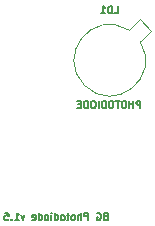
<source format=gbr>
%TF.GenerationSoftware,KiCad,Pcbnew,8.0.2*%
%TF.CreationDate,2025-01-07T16:45:11-05:00*%
%TF.ProjectId,Transimpedence,5472616e-7369-46d7-9065-64656e63652e,rev?*%
%TF.SameCoordinates,Original*%
%TF.FileFunction,Legend,Bot*%
%TF.FilePolarity,Positive*%
%FSLAX46Y46*%
G04 Gerber Fmt 4.6, Leading zero omitted, Abs format (unit mm)*
G04 Created by KiCad (PCBNEW 8.0.2) date 2025-01-07 16:45:11*
%MOMM*%
%LPD*%
G01*
G04 APERTURE LIST*
%ADD10C,0.127000*%
%ADD11C,0.120000*%
G04 APERTURE END LIST*
D10*
X41523590Y-48175681D02*
X41437876Y-48204253D01*
X41437876Y-48204253D02*
X41409305Y-48232824D01*
X41409305Y-48232824D02*
X41380733Y-48289967D01*
X41380733Y-48289967D02*
X41380733Y-48375681D01*
X41380733Y-48375681D02*
X41409305Y-48432824D01*
X41409305Y-48432824D02*
X41437876Y-48461396D01*
X41437876Y-48461396D02*
X41495019Y-48489967D01*
X41495019Y-48489967D02*
X41723590Y-48489967D01*
X41723590Y-48489967D02*
X41723590Y-47889967D01*
X41723590Y-47889967D02*
X41523590Y-47889967D01*
X41523590Y-47889967D02*
X41466448Y-47918538D01*
X41466448Y-47918538D02*
X41437876Y-47947110D01*
X41437876Y-47947110D02*
X41409305Y-48004253D01*
X41409305Y-48004253D02*
X41409305Y-48061396D01*
X41409305Y-48061396D02*
X41437876Y-48118538D01*
X41437876Y-48118538D02*
X41466448Y-48147110D01*
X41466448Y-48147110D02*
X41523590Y-48175681D01*
X41523590Y-48175681D02*
X41723590Y-48175681D01*
X40809305Y-47918538D02*
X40866448Y-47889967D01*
X40866448Y-47889967D02*
X40952162Y-47889967D01*
X40952162Y-47889967D02*
X41037876Y-47918538D01*
X41037876Y-47918538D02*
X41095019Y-47975681D01*
X41095019Y-47975681D02*
X41123590Y-48032824D01*
X41123590Y-48032824D02*
X41152162Y-48147110D01*
X41152162Y-48147110D02*
X41152162Y-48232824D01*
X41152162Y-48232824D02*
X41123590Y-48347110D01*
X41123590Y-48347110D02*
X41095019Y-48404253D01*
X41095019Y-48404253D02*
X41037876Y-48461396D01*
X41037876Y-48461396D02*
X40952162Y-48489967D01*
X40952162Y-48489967D02*
X40895019Y-48489967D01*
X40895019Y-48489967D02*
X40809305Y-48461396D01*
X40809305Y-48461396D02*
X40780733Y-48432824D01*
X40780733Y-48432824D02*
X40780733Y-48232824D01*
X40780733Y-48232824D02*
X40895019Y-48232824D01*
X40066447Y-48489967D02*
X40066447Y-47889967D01*
X40066447Y-47889967D02*
X39837876Y-47889967D01*
X39837876Y-47889967D02*
X39780733Y-47918538D01*
X39780733Y-47918538D02*
X39752162Y-47947110D01*
X39752162Y-47947110D02*
X39723590Y-48004253D01*
X39723590Y-48004253D02*
X39723590Y-48089967D01*
X39723590Y-48089967D02*
X39752162Y-48147110D01*
X39752162Y-48147110D02*
X39780733Y-48175681D01*
X39780733Y-48175681D02*
X39837876Y-48204253D01*
X39837876Y-48204253D02*
X40066447Y-48204253D01*
X39466447Y-48489967D02*
X39466447Y-47889967D01*
X39209305Y-48489967D02*
X39209305Y-48175681D01*
X39209305Y-48175681D02*
X39237876Y-48118538D01*
X39237876Y-48118538D02*
X39295019Y-48089967D01*
X39295019Y-48089967D02*
X39380733Y-48089967D01*
X39380733Y-48089967D02*
X39437876Y-48118538D01*
X39437876Y-48118538D02*
X39466447Y-48147110D01*
X38837876Y-48489967D02*
X38895019Y-48461396D01*
X38895019Y-48461396D02*
X38923590Y-48432824D01*
X38923590Y-48432824D02*
X38952162Y-48375681D01*
X38952162Y-48375681D02*
X38952162Y-48204253D01*
X38952162Y-48204253D02*
X38923590Y-48147110D01*
X38923590Y-48147110D02*
X38895019Y-48118538D01*
X38895019Y-48118538D02*
X38837876Y-48089967D01*
X38837876Y-48089967D02*
X38752162Y-48089967D01*
X38752162Y-48089967D02*
X38695019Y-48118538D01*
X38695019Y-48118538D02*
X38666448Y-48147110D01*
X38666448Y-48147110D02*
X38637876Y-48204253D01*
X38637876Y-48204253D02*
X38637876Y-48375681D01*
X38637876Y-48375681D02*
X38666448Y-48432824D01*
X38666448Y-48432824D02*
X38695019Y-48461396D01*
X38695019Y-48461396D02*
X38752162Y-48489967D01*
X38752162Y-48489967D02*
X38837876Y-48489967D01*
X38466448Y-48089967D02*
X38237876Y-48089967D01*
X38380733Y-47889967D02*
X38380733Y-48404253D01*
X38380733Y-48404253D02*
X38352162Y-48461396D01*
X38352162Y-48461396D02*
X38295019Y-48489967D01*
X38295019Y-48489967D02*
X38237876Y-48489967D01*
X37952162Y-48489967D02*
X38009305Y-48461396D01*
X38009305Y-48461396D02*
X38037876Y-48432824D01*
X38037876Y-48432824D02*
X38066448Y-48375681D01*
X38066448Y-48375681D02*
X38066448Y-48204253D01*
X38066448Y-48204253D02*
X38037876Y-48147110D01*
X38037876Y-48147110D02*
X38009305Y-48118538D01*
X38009305Y-48118538D02*
X37952162Y-48089967D01*
X37952162Y-48089967D02*
X37866448Y-48089967D01*
X37866448Y-48089967D02*
X37809305Y-48118538D01*
X37809305Y-48118538D02*
X37780734Y-48147110D01*
X37780734Y-48147110D02*
X37752162Y-48204253D01*
X37752162Y-48204253D02*
X37752162Y-48375681D01*
X37752162Y-48375681D02*
X37780734Y-48432824D01*
X37780734Y-48432824D02*
X37809305Y-48461396D01*
X37809305Y-48461396D02*
X37866448Y-48489967D01*
X37866448Y-48489967D02*
X37952162Y-48489967D01*
X37237877Y-48489967D02*
X37237877Y-47889967D01*
X37237877Y-48461396D02*
X37295019Y-48489967D01*
X37295019Y-48489967D02*
X37409305Y-48489967D01*
X37409305Y-48489967D02*
X37466448Y-48461396D01*
X37466448Y-48461396D02*
X37495019Y-48432824D01*
X37495019Y-48432824D02*
X37523591Y-48375681D01*
X37523591Y-48375681D02*
X37523591Y-48204253D01*
X37523591Y-48204253D02*
X37495019Y-48147110D01*
X37495019Y-48147110D02*
X37466448Y-48118538D01*
X37466448Y-48118538D02*
X37409305Y-48089967D01*
X37409305Y-48089967D02*
X37295019Y-48089967D01*
X37295019Y-48089967D02*
X37237877Y-48118538D01*
X36952162Y-48489967D02*
X36952162Y-48089967D01*
X36952162Y-47889967D02*
X36980734Y-47918538D01*
X36980734Y-47918538D02*
X36952162Y-47947110D01*
X36952162Y-47947110D02*
X36923591Y-47918538D01*
X36923591Y-47918538D02*
X36952162Y-47889967D01*
X36952162Y-47889967D02*
X36952162Y-47947110D01*
X36580734Y-48489967D02*
X36637877Y-48461396D01*
X36637877Y-48461396D02*
X36666448Y-48432824D01*
X36666448Y-48432824D02*
X36695020Y-48375681D01*
X36695020Y-48375681D02*
X36695020Y-48204253D01*
X36695020Y-48204253D02*
X36666448Y-48147110D01*
X36666448Y-48147110D02*
X36637877Y-48118538D01*
X36637877Y-48118538D02*
X36580734Y-48089967D01*
X36580734Y-48089967D02*
X36495020Y-48089967D01*
X36495020Y-48089967D02*
X36437877Y-48118538D01*
X36437877Y-48118538D02*
X36409306Y-48147110D01*
X36409306Y-48147110D02*
X36380734Y-48204253D01*
X36380734Y-48204253D02*
X36380734Y-48375681D01*
X36380734Y-48375681D02*
X36409306Y-48432824D01*
X36409306Y-48432824D02*
X36437877Y-48461396D01*
X36437877Y-48461396D02*
X36495020Y-48489967D01*
X36495020Y-48489967D02*
X36580734Y-48489967D01*
X35866449Y-48489967D02*
X35866449Y-47889967D01*
X35866449Y-48461396D02*
X35923591Y-48489967D01*
X35923591Y-48489967D02*
X36037877Y-48489967D01*
X36037877Y-48489967D02*
X36095020Y-48461396D01*
X36095020Y-48461396D02*
X36123591Y-48432824D01*
X36123591Y-48432824D02*
X36152163Y-48375681D01*
X36152163Y-48375681D02*
X36152163Y-48204253D01*
X36152163Y-48204253D02*
X36123591Y-48147110D01*
X36123591Y-48147110D02*
X36095020Y-48118538D01*
X36095020Y-48118538D02*
X36037877Y-48089967D01*
X36037877Y-48089967D02*
X35923591Y-48089967D01*
X35923591Y-48089967D02*
X35866449Y-48118538D01*
X35352163Y-48461396D02*
X35409306Y-48489967D01*
X35409306Y-48489967D02*
X35523592Y-48489967D01*
X35523592Y-48489967D02*
X35580734Y-48461396D01*
X35580734Y-48461396D02*
X35609306Y-48404253D01*
X35609306Y-48404253D02*
X35609306Y-48175681D01*
X35609306Y-48175681D02*
X35580734Y-48118538D01*
X35580734Y-48118538D02*
X35523592Y-48089967D01*
X35523592Y-48089967D02*
X35409306Y-48089967D01*
X35409306Y-48089967D02*
X35352163Y-48118538D01*
X35352163Y-48118538D02*
X35323592Y-48175681D01*
X35323592Y-48175681D02*
X35323592Y-48232824D01*
X35323592Y-48232824D02*
X35609306Y-48289967D01*
X34666448Y-48089967D02*
X34523591Y-48489967D01*
X34523591Y-48489967D02*
X34380734Y-48089967D01*
X33837877Y-48489967D02*
X34180734Y-48489967D01*
X34009305Y-48489967D02*
X34009305Y-47889967D01*
X34009305Y-47889967D02*
X34066448Y-47975681D01*
X34066448Y-47975681D02*
X34123591Y-48032824D01*
X34123591Y-48032824D02*
X34180734Y-48061396D01*
X33580733Y-48432824D02*
X33552162Y-48461396D01*
X33552162Y-48461396D02*
X33580733Y-48489967D01*
X33580733Y-48489967D02*
X33609305Y-48461396D01*
X33609305Y-48461396D02*
X33580733Y-48432824D01*
X33580733Y-48432824D02*
X33580733Y-48489967D01*
X33009305Y-47889967D02*
X33295019Y-47889967D01*
X33295019Y-47889967D02*
X33323591Y-48175681D01*
X33323591Y-48175681D02*
X33295019Y-48147110D01*
X33295019Y-48147110D02*
X33237877Y-48118538D01*
X33237877Y-48118538D02*
X33095019Y-48118538D01*
X33095019Y-48118538D02*
X33037877Y-48147110D01*
X33037877Y-48147110D02*
X33009305Y-48175681D01*
X33009305Y-48175681D02*
X32980734Y-48232824D01*
X32980734Y-48232824D02*
X32980734Y-48375681D01*
X32980734Y-48375681D02*
X33009305Y-48432824D01*
X33009305Y-48432824D02*
X33037877Y-48461396D01*
X33037877Y-48461396D02*
X33095019Y-48489967D01*
X33095019Y-48489967D02*
X33237877Y-48489967D01*
X33237877Y-48489967D02*
X33295019Y-48461396D01*
X33295019Y-48461396D02*
X33323591Y-48432824D01*
X44494793Y-39035967D02*
X44494793Y-38435967D01*
X44494793Y-38435967D02*
X44266222Y-38435967D01*
X44266222Y-38435967D02*
X44209079Y-38464538D01*
X44209079Y-38464538D02*
X44180508Y-38493110D01*
X44180508Y-38493110D02*
X44151936Y-38550253D01*
X44151936Y-38550253D02*
X44151936Y-38635967D01*
X44151936Y-38635967D02*
X44180508Y-38693110D01*
X44180508Y-38693110D02*
X44209079Y-38721681D01*
X44209079Y-38721681D02*
X44266222Y-38750253D01*
X44266222Y-38750253D02*
X44494793Y-38750253D01*
X43894793Y-39035967D02*
X43894793Y-38435967D01*
X43894793Y-38721681D02*
X43551936Y-38721681D01*
X43551936Y-39035967D02*
X43551936Y-38435967D01*
X43151937Y-38435967D02*
X43037651Y-38435967D01*
X43037651Y-38435967D02*
X42980508Y-38464538D01*
X42980508Y-38464538D02*
X42923365Y-38521681D01*
X42923365Y-38521681D02*
X42894794Y-38635967D01*
X42894794Y-38635967D02*
X42894794Y-38835967D01*
X42894794Y-38835967D02*
X42923365Y-38950253D01*
X42923365Y-38950253D02*
X42980508Y-39007396D01*
X42980508Y-39007396D02*
X43037651Y-39035967D01*
X43037651Y-39035967D02*
X43151937Y-39035967D01*
X43151937Y-39035967D02*
X43209080Y-39007396D01*
X43209080Y-39007396D02*
X43266222Y-38950253D01*
X43266222Y-38950253D02*
X43294794Y-38835967D01*
X43294794Y-38835967D02*
X43294794Y-38635967D01*
X43294794Y-38635967D02*
X43266222Y-38521681D01*
X43266222Y-38521681D02*
X43209080Y-38464538D01*
X43209080Y-38464538D02*
X43151937Y-38435967D01*
X42723366Y-38435967D02*
X42380509Y-38435967D01*
X42551937Y-39035967D02*
X42551937Y-38435967D01*
X42066223Y-38435967D02*
X41951937Y-38435967D01*
X41951937Y-38435967D02*
X41894794Y-38464538D01*
X41894794Y-38464538D02*
X41837651Y-38521681D01*
X41837651Y-38521681D02*
X41809080Y-38635967D01*
X41809080Y-38635967D02*
X41809080Y-38835967D01*
X41809080Y-38835967D02*
X41837651Y-38950253D01*
X41837651Y-38950253D02*
X41894794Y-39007396D01*
X41894794Y-39007396D02*
X41951937Y-39035967D01*
X41951937Y-39035967D02*
X42066223Y-39035967D01*
X42066223Y-39035967D02*
X42123366Y-39007396D01*
X42123366Y-39007396D02*
X42180508Y-38950253D01*
X42180508Y-38950253D02*
X42209080Y-38835967D01*
X42209080Y-38835967D02*
X42209080Y-38635967D01*
X42209080Y-38635967D02*
X42180508Y-38521681D01*
X42180508Y-38521681D02*
X42123366Y-38464538D01*
X42123366Y-38464538D02*
X42066223Y-38435967D01*
X41551937Y-39035967D02*
X41551937Y-38435967D01*
X41551937Y-38435967D02*
X41409080Y-38435967D01*
X41409080Y-38435967D02*
X41323366Y-38464538D01*
X41323366Y-38464538D02*
X41266223Y-38521681D01*
X41266223Y-38521681D02*
X41237652Y-38578824D01*
X41237652Y-38578824D02*
X41209080Y-38693110D01*
X41209080Y-38693110D02*
X41209080Y-38778824D01*
X41209080Y-38778824D02*
X41237652Y-38893110D01*
X41237652Y-38893110D02*
X41266223Y-38950253D01*
X41266223Y-38950253D02*
X41323366Y-39007396D01*
X41323366Y-39007396D02*
X41409080Y-39035967D01*
X41409080Y-39035967D02*
X41551937Y-39035967D01*
X40951937Y-39035967D02*
X40951937Y-38435967D01*
X40551938Y-38435967D02*
X40437652Y-38435967D01*
X40437652Y-38435967D02*
X40380509Y-38464538D01*
X40380509Y-38464538D02*
X40323366Y-38521681D01*
X40323366Y-38521681D02*
X40294795Y-38635967D01*
X40294795Y-38635967D02*
X40294795Y-38835967D01*
X40294795Y-38835967D02*
X40323366Y-38950253D01*
X40323366Y-38950253D02*
X40380509Y-39007396D01*
X40380509Y-39007396D02*
X40437652Y-39035967D01*
X40437652Y-39035967D02*
X40551938Y-39035967D01*
X40551938Y-39035967D02*
X40609081Y-39007396D01*
X40609081Y-39007396D02*
X40666223Y-38950253D01*
X40666223Y-38950253D02*
X40694795Y-38835967D01*
X40694795Y-38835967D02*
X40694795Y-38635967D01*
X40694795Y-38635967D02*
X40666223Y-38521681D01*
X40666223Y-38521681D02*
X40609081Y-38464538D01*
X40609081Y-38464538D02*
X40551938Y-38435967D01*
X40037652Y-39035967D02*
X40037652Y-38435967D01*
X40037652Y-38435967D02*
X39894795Y-38435967D01*
X39894795Y-38435967D02*
X39809081Y-38464538D01*
X39809081Y-38464538D02*
X39751938Y-38521681D01*
X39751938Y-38521681D02*
X39723367Y-38578824D01*
X39723367Y-38578824D02*
X39694795Y-38693110D01*
X39694795Y-38693110D02*
X39694795Y-38778824D01*
X39694795Y-38778824D02*
X39723367Y-38893110D01*
X39723367Y-38893110D02*
X39751938Y-38950253D01*
X39751938Y-38950253D02*
X39809081Y-39007396D01*
X39809081Y-39007396D02*
X39894795Y-39035967D01*
X39894795Y-39035967D02*
X40037652Y-39035967D01*
X39437652Y-38721681D02*
X39237652Y-38721681D01*
X39151938Y-39035967D02*
X39437652Y-39035967D01*
X39437652Y-39035967D02*
X39437652Y-38435967D01*
X39437652Y-38435967D02*
X39151938Y-38435967D01*
X42284599Y-31004967D02*
X42570313Y-31004967D01*
X42570313Y-31004967D02*
X42570313Y-30404967D01*
X42084599Y-31004967D02*
X42084599Y-30404967D01*
X42084599Y-30404967D02*
X41941742Y-30404967D01*
X41941742Y-30404967D02*
X41856028Y-30433538D01*
X41856028Y-30433538D02*
X41798885Y-30490681D01*
X41798885Y-30490681D02*
X41770314Y-30547824D01*
X41770314Y-30547824D02*
X41741742Y-30662110D01*
X41741742Y-30662110D02*
X41741742Y-30747824D01*
X41741742Y-30747824D02*
X41770314Y-30862110D01*
X41770314Y-30862110D02*
X41798885Y-30919253D01*
X41798885Y-30919253D02*
X41856028Y-30976396D01*
X41856028Y-30976396D02*
X41941742Y-31004967D01*
X41941742Y-31004967D02*
X42084599Y-31004967D01*
X41170314Y-31004967D02*
X41513171Y-31004967D01*
X41341742Y-31004967D02*
X41341742Y-30404967D01*
X41341742Y-30404967D02*
X41398885Y-30490681D01*
X41398885Y-30490681D02*
X41456028Y-30547824D01*
X41456028Y-30547824D02*
X41513171Y-30576396D01*
D11*
%TO.C,LD1*%
X44416340Y-31497467D02*
X43504172Y-32409634D01*
X44494122Y-33399584D02*
X45406289Y-32487416D01*
X45406289Y-32487416D02*
X44416340Y-31497467D01*
X44469150Y-33393256D02*
G75*
G02*
X43479331Y-32403519I-2572150J-1582544D01*
G01*
%TD*%
M02*

</source>
